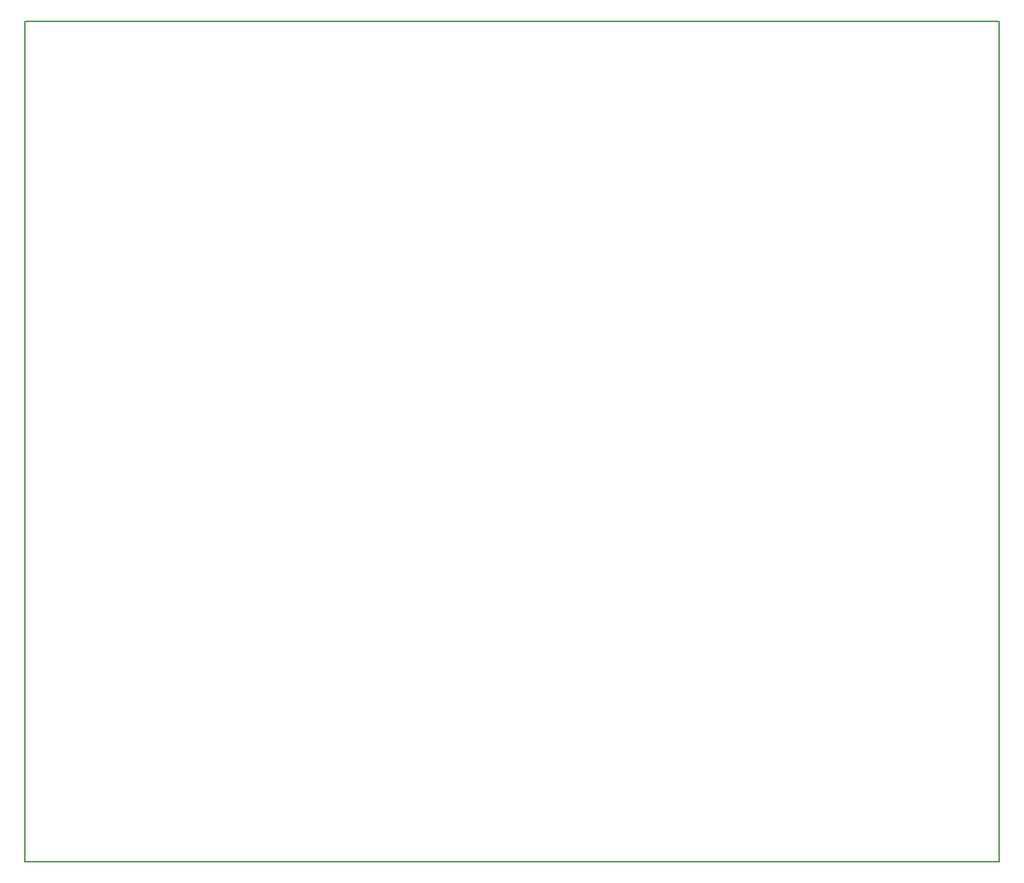
<source format=gbr>
G04 #@! TF.FileFunction,Profile,NP*
%FSLAX46Y46*%
G04 Gerber Fmt 4.6, Leading zero omitted, Abs format (unit mm)*
G04 Created by KiCad (PCBNEW 4.0.7) date Wed Jun 20 13:02:34 2018*
%MOMM*%
%LPD*%
G01*
G04 APERTURE LIST*
%ADD10C,0.100000*%
%ADD11C,0.150000*%
G04 APERTURE END LIST*
D10*
D11*
X50000000Y-129000000D02*
X50000000Y-29000000D01*
X166000000Y-129000000D02*
X50000000Y-129000000D01*
X166000000Y-29000000D02*
X166000000Y-129000000D01*
X50000000Y-29000000D02*
X166000000Y-29000000D01*
M02*

</source>
